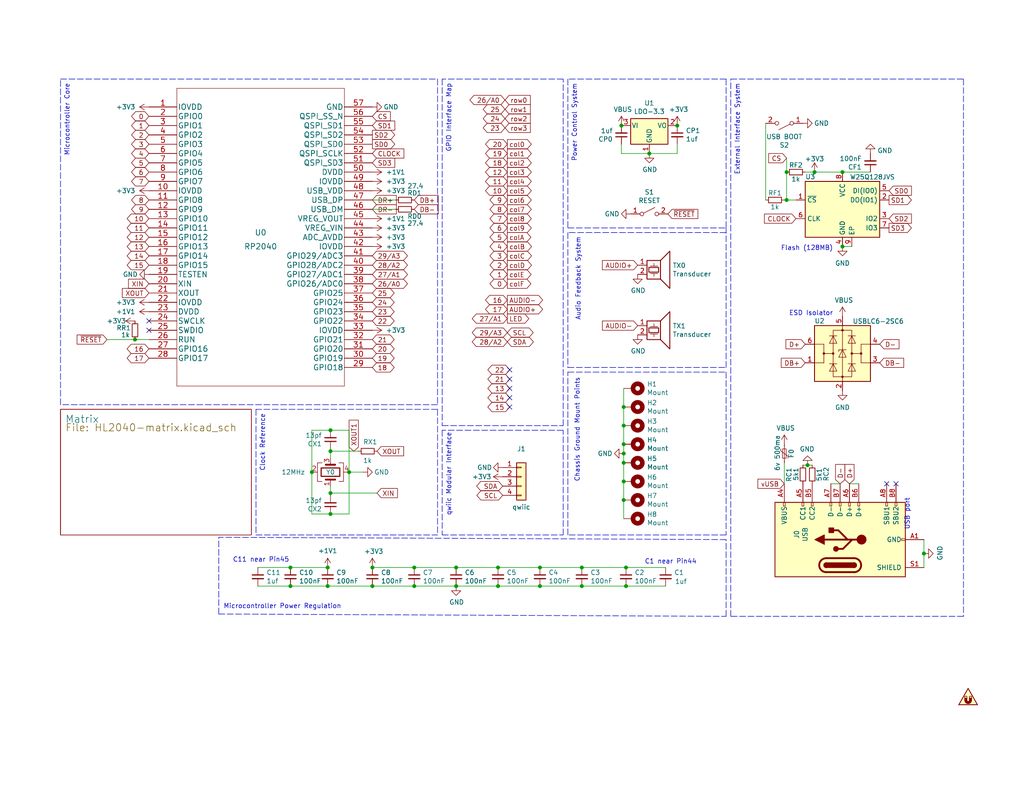
<source format=kicad_sch>
(kicad_sch (version 20211123) (generator eeschema)
  (paper "USLetter")
  (title_block (title "Hard Light") (date "2021-10-26") (rev "2040 Mark 1") (company "Everywhere Defense Industries") (comment 1 "RP2040 main core"))
  (lib_symbols
    (symbol "+3V3_1" (power) (pin_names (offset 0))
      (property "Value" "+3V3_1" (at 0 3.556 0))
      (symbol "+3V3_1_1_1"
        (pin power_in line (at 0 0 90) (length 0) hide (name "+3V3") (number "1"))
      )
    )
    (symbol "Connector_Generic:Conn_01x04" (pin_names (offset 1.016) hide)
      (property "Reference" "J" (at 0 5.08 0))
      (property "Value" "Conn_01x04" (at 0 -7.62 0))
      (symbol "Conn_01x04_1_1"
        (pin passive line (at -5.08 2.54 0) (length 3.81) (name "Pin_1") (number "1"))
        (pin passive line (at -5.08 0 0) (length 3.81) (name "Pin_2") (number "2"))
        (pin passive line (at -5.08 -2.54 0) (length 3.81) (name "Pin_3") (number "3"))
        (pin passive line (at -5.08 -5.08 0) (length 3.81) (name "Pin_4") (number "4"))
      )
    )
    (symbol "Device:C_Small" (pin_numbers hide) (pin_names (offset 0.254) hide)
      (property "Reference" "C" (at 0.254 1.778 0))
      (property "Value" "Device_C_Small" (at 0.254 -2.032 0))
      (symbol "C_Small_1_1"
        (pin passive line (at 0 2.54 270) (length 2.032) (name "~") (number "1"))
        (pin passive line (at 0 -2.54 90) (length 2.032) (name "~") (number "2"))
      )
    )
    (symbol "Device:Crystal_GND24" (pin_names (offset 1.016) hide)
      (property "Reference" "Y" (at 3.175 5.08 0))
      (property "Value" "Crystal_GND24" (at 3.175 3.175 0))
      (symbol "Crystal_GND24_1_1"
        (pin passive line (at -3.81 0 0) (length 1.27) (name "1") (number "1"))
        (pin passive line (at 0 5.08 270) (length 1.27) (name "2") (number "2"))
        (pin passive line (at 3.81 0 180) (length 1.27) (name "3") (number "3"))
        (pin passive line (at 0 -5.08 90) (length 1.27) (name "4") (number "4"))
      )
    )
    (symbol "Device:Polyfuse_Small" (pin_numbers hide) (pin_names (offset 0))
      (property "Reference" "F" (at -1.905 0 90))
      (property "Value" "Device_Polyfuse_Small" (at 1.905 0 90))
      (symbol "Polyfuse_Small_1_1"
        (pin passive line (at 0 2.54 270) (length 0.635) (name "~") (number "1"))
        (pin passive line (at 0 -2.54 90) (length 0.635) (name "~") (number "2"))
      )
    )
    (symbol "Device:R_Small" (pin_numbers hide) (pin_names (offset 0.254) hide)
      (property "Reference" "R" (at 0.762 0.508 0))
      (property "Value" "Device_R_Small" (at 0.762 -1.016 0))
      (symbol "R_Small_1_1"
        (pin passive line (at 0 2.54 270) (length 0.762) (name "~") (number "1"))
        (pin passive line (at 0 -2.54 90) (length 0.762) (name "~") (number "2"))
      )
    )
    (symbol "Device:Speaker_Crystal" (pin_names (offset 0) hide)
      (property "Reference" "LS" (at 0.635 5.715 0))
      (property "Value" "Device_Speaker_Crystal" (at 0.635 3.81 0))
      (symbol "Speaker_Crystal_1_1"
        (pin input line (at -5.08 0 0) (length 2.54) (name "1") (number "1"))
        (pin input line (at -5.08 -2.54 0) (length 2.54) (name "2") (number "2"))
      )
    )
    (symbol "GND_1" (power) (pin_names (offset 0))
      (property "Value" "GND_1" (at 0 -3.81 0))
      (symbol "GND_1_1_1"
        (pin power_in line (at 0 0 270) (length 0) hide (name "GND") (number "1"))
      )
    )
    (symbol "Graphic:SYM_Magnet_Small" (pin_names (offset 1.016) hide))
    (symbol "HL-Mk2-rescue:USB_C_Receptacle_USB2.0-Connector" (pin_names (offset 1.016))
      (property "Reference" "J" (at -10.16 19.05 0))
      (property "Value" "USB_C_Receptacle_USB2.0-Connector" (at 19.05 19.05 0))
      (symbol "USB_C_Receptacle_USB2.0-Connector_1_1"
        (pin power_in line (at 0 -22.86 90) (length 5.08) (name "GND") (number "A1"))
        (pin passive line (at 0 -22.86 90) (length 5.08) hide (name "GND") (number "A12"))
        (pin power_in line (at 15.24 15.24 180) (length 5.08) (name "VBUS") (number "A4"))
        (pin bidirectional line (at 15.24 10.16 180) (length 5.08) (name "CC1") (number "A5"))
        (pin bidirectional line (at 15.24 -2.54 180) (length 5.08) (name "D+") (number "A6"))
        (pin bidirectional line (at 15.24 2.54 180) (length 5.08) (name "D-") (number "A7"))
        (pin bidirectional line (at 15.24 -12.7 180) (length 5.08) (name "SBU1") (number "A8"))
        (pin passive line (at 15.24 15.24 180) (length 5.08) hide (name "VBUS") (number "A9"))
        (pin passive line (at 0 -22.86 90) (length 5.08) hide (name "GND") (number "B1"))
        (pin passive line (at 0 -22.86 90) (length 5.08) hide (name "GND") (number "B12"))
        (pin passive line (at 15.24 15.24 180) (length 5.08) hide (name "VBUS") (number "B4"))
        (pin bidirectional line (at 15.24 7.62 180) (length 5.08) (name "CC2") (number "B5"))
        (pin bidirectional line (at 15.24 -5.08 180) (length 5.08) (name "D+") (number "B6"))
        (pin bidirectional line (at 15.24 0 180) (length 5.08) (name "D-") (number "B7"))
        (pin bidirectional line (at 15.24 -15.24 180) (length 5.08) (name "SBU2") (number "B8"))
        (pin passive line (at 15.24 15.24 180) (length 5.08) hide (name "VBUS") (number "B9"))
        (pin passive line (at -7.62 -22.86 90) (length 5.08) (name "SHIELD") (number "S1"))
      )
    )
    (symbol "Mechanical:MountingHole_Pad" (pin_numbers hide) (pin_names (offset 1.016) hide)
      (property "Reference" "H" (at 0 6.35 0))
      (property "Value" "MountingHole_Pad" (at 0 4.445 0))
      (symbol "MountingHole_Pad_1_1"
        (pin input line (at 0 -2.54 90) (length 2.54) (name "1") (number "1"))
      )
    )
    (symbol "Memory_Flash:W25Q32JVZP"
      (property "Reference" "U" (at -8.89 8.89 0))
      (property "Value" "W25Q32JVZP" (at 7.62 8.89 0))
      (symbol "W25Q32JVZP_1_1"
        (pin input line (at -12.7 2.54 0) (length 2.54) (name "~{CS}") (number "1"))
        (pin bidirectional line (at 12.7 2.54 180) (length 2.54) (name "DO(IO1)") (number "2"))
        (pin bidirectional line (at 12.7 -2.54 180) (length 2.54) (name "IO2") (number "3"))
        (pin power_in line (at 0 -10.16 90) (length 2.54) (name "GND") (number "4"))
        (pin bidirectional line (at 12.7 5.08 180) (length 2.54) (name "DI(IO0)") (number "5"))
        (pin input line (at -12.7 -2.54 0) (length 2.54) (name "CLK") (number "6"))
        (pin bidirectional line (at 12.7 -5.08 180) (length 2.54) (name "IO3") (number "7"))
        (pin power_in line (at 0 10.16 270) (length 2.54) (name "VCC") (number "8"))
        (pin passive line (at 2.54 -10.16 90) (length 2.54) (name "EP") (number "9"))
      )
    )
    (symbol "Power_Protection:USBLC6-2SC6" (pin_names hide)
      (property "Reference" "U" (at 2.54 8.89 0))
      (property "Value" "USBLC6-2SC6" (at 2.54 -8.89 0))
      (symbol "USBLC6-2SC6_1_1"
        (pin passive line (at -10.16 -2.54 0) (length 2.54) (name "I/O1") (number "1"))
        (pin passive line (at 0 -10.16 90) (length 2.54) (name "GND") (number "2"))
        (pin passive line (at 10.16 -2.54 180) (length 2.54) (name "I/O2") (number "3"))
        (pin passive line (at 10.16 2.54 180) (length 2.54) (name "I/O2") (number "4"))
        (pin passive line (at 0 10.16 270) (length 2.54) (name "VBUS") (number "5"))
        (pin passive line (at -10.16 2.54 0) (length 2.54) (name "I/O1") (number "6"))
      )
    )
    (symbol "RP2040:RP2040" (pin_names (offset 0.254))
      (property "Reference" "U" (at 30.48 10.16 0))
      (property "Value" "RP2040" (at 30.48 7.62 0))
      (symbol "RP2040_1_1"
        (pin power_in line (at 0 0 0) (length 7.62) (name "IOVDD") (number "1"))
        (pin power_in line (at 0 -22.86 0) (length 7.62) (name "IOVDD") (number "10"))
        (pin bidirectional line (at 0 -25.4 0) (length 7.62) (name "GPIO8") (number "11"))
        (pin bidirectional line (at 0 -27.94 0) (length 7.62) (name "GPIO9") (number "12"))
        (pin bidirectional line (at 0 -30.48 0) (length 7.62) (name "GPIO10") (number "13"))
        (pin bidirectional line (at 0 -33.02 0) (length 7.62) (name "GPIO11") (number "14"))
        (pin bidirectional line (at 0 -35.56 0) (length 7.62) (name "GPIO12") (number "15"))
        (pin bidirectional line (at 0 -38.1 0) (length 7.62) (name "GPIO13") (number "16"))
        (pin bidirectional line (at 0 -40.64 0) (length 7.62) (name "GPIO14") (number "17"))
        (pin bidirectional line (at 0 -43.18 0) (length 7.62) (name "GPIO15") (number "18"))
        (pin unspecified line (at 0 -45.72 0) (length 7.62) (name "TESTEN") (number "19"))
        (pin bidirectional line (at 0 -2.54 0) (length 7.62) (name "GPIO0") (number "2"))
        (pin unspecified line (at 0 -48.26 0) (length 7.62) (name "XIN") (number "20"))
        (pin output line (at 0 -50.8 0) (length 7.62) (name "XOUT") (number "21"))
        (pin power_in line (at 0 -53.34 0) (length 7.62) (name "IOVDD") (number "22"))
        (pin power_in line (at 0 -55.88 0) (length 7.62) (name "DVDD") (number "23"))
        (pin unspecified line (at 0 -58.42 0) (length 7.62) (name "SWCLK") (number "24"))
        (pin unspecified line (at 0 -60.96 0) (length 7.62) (name "SWDIO") (number "25"))
        (pin unspecified line (at 0 -63.5 0) (length 7.62) (name "RUN") (number "26"))
        (pin bidirectional line (at 0 -66.04 0) (length 7.62) (name "GPIO16") (number "27"))
        (pin bidirectional line (at 0 -68.58 0) (length 7.62) (name "GPIO17") (number "28"))
        (pin bidirectional line (at 60.96 -71.12 180) (length 7.62) (name "GPIO18") (number "29"))
        (pin bidirectional line (at 0 -5.08 0) (length 7.62) (name "GPIO1") (number "3"))
        (pin bidirectional line (at 60.96 -68.58 180) (length 7.62) (name "GPIO19") (number "30"))
        (pin bidirectional line (at 60.96 -66.04 180) (length 7.62) (name "GPIO20") (number "31"))
        (pin bidirectional line (at 60.96 -63.5 180) (length 7.62) (name "GPIO21") (number "32"))
        (pin power_in line (at 60.96 -60.96 180) (length 7.62) (name "IOVDD") (number "33"))
        (pin bidirectional line (at 60.96 -58.42 180) (length 7.62) (name "GPIO22") (number "34"))
        (pin bidirectional line (at 60.96 -55.88 180) (length 7.62) (name "GPIO23") (number "35"))
        (pin bidirectional line (at 60.96 -53.34 180) (length 7.62) (name "GPIO24") (number "36"))
        (pin bidirectional line (at 60.96 -50.8 180) (length 7.62) (name "GPIO25") (number "37"))
        (pin bidirectional line (at 60.96 -48.26 180) (length 7.62) (name "GPIO26/ADC0") (number "38"))
        (pin bidirectional line (at 60.96 -45.72 180) (length 7.62) (name "GPIO27/ADC1") (number "39"))
        (pin bidirectional line (at 0 -7.62 0) (length 7.62) (name "GPIO2") (number "4"))
        (pin bidirectional line (at 60.96 -43.18 180) (length 7.62) (name "GPIO28/ADC2") (number "40"))
        (pin bidirectional line (at 60.96 -40.64 180) (length 7.62) (name "GPIO29/ADC3") (number "41"))
        (pin power_in line (at 60.96 -38.1 180) (length 7.62) (name "IOVDD") (number "42"))
        (pin power_in line (at 60.96 -35.56 180) (length 7.62) (name "ADC_AVDD") (number "43"))
        (pin unspecified line (at 60.96 -33.02 180) (length 7.62) (name "VREG_VIN") (number "44"))
        (pin output line (at 60.96 -30.48 180) (length 7.62) (name "VREG_VOUT") (number "45"))
        (pin unspecified line (at 60.96 -27.94 180) (length 7.62) (name "USB_DM") (number "46"))
        (pin unspecified line (at 60.96 -25.4 180) (length 7.62) (name "USB_DP") (number "47"))
        (pin power_in line (at 60.96 -22.86 180) (length 7.62) (name "USB_VDD") (number "48"))
        (pin power_in line (at 60.96 -20.32 180) (length 7.62) (name "IOVDD") (number "49"))
        (pin bidirectional line (at 0 -10.16 0) (length 7.62) (name "GPIO3") (number "5"))
        (pin power_in line (at 60.96 -17.78 180) (length 7.62) (name "DVDD") (number "50"))
        (pin bidirectional line (at 60.96 -15.24 180) (length 7.62) (name "QSPI_SD3") (number "51"))
        (pin unspecified line (at 60.96 -12.7 180) (length 7.62) (name "QSPI_SCLK") (number "52"))
        (pin bidirectional line (at 60.96 -10.16 180) (length 7.62) (name "QSPI_SD0") (number "53"))
        (pin bidirectional line (at 60.96 -7.62 180) (length 7.62) (name "QSPI_SD2") (number "54"))
        (pin bidirectional line (at 60.96 -5.08 180) (length 7.62) (name "QSPI_SD1") (number "55"))
        (pin unspecified line (at 60.96 -2.54 180) (length 7.62) (name "QSPI_SS_N") (number "56"))
        (pin power_in line (at 60.96 0 180) (length 7.62) (name "GND") (number "57"))
        (pin bidirectional line (at 0 -12.7 0) (length 7.62) (name "GPIO4") (number "6"))
        (pin bidirectional line (at 0 -15.24 0) (length 7.62) (name "GPIO5") (number "7"))
        (pin bidirectional line (at 0 -17.78 0) (length 7.62) (name "GPIO6") (number "8"))
        (pin bidirectional line (at 0 -20.32 0) (length 7.62) (name "GPIO7") (number "9"))
      )
    )
    (symbol "Regulator_Linear:LD1117S33TR_SOT223" (pin_names (offset 0.254))
      (property "Reference" "U" (at -3.81 3.175 0))
      (property "Value" "Regulator_Linear_LD1117S33TR_SOT223" (at 0 3.175 0))
      (symbol "LD1117S33TR_SOT223_1_1"
        (pin power_in line (at 0 -7.62 90) (length 2.54) (name "GND") (number "1"))
        (pin power_out line (at 7.62 0 180) (length 2.54) (name "VO") (number "2"))
        (pin power_in line (at -7.62 0 0) (length 2.54) (name "VI") (number "3"))
      )
    )
    (symbol "Switch:SW_SPST" (pin_names (offset 0) hide)
      (property "Reference" "SW" (at 0 3.175 0))
      (property "Value" "Switch_SW_SPST" (at 0 -2.54 0))
      (symbol "SW_SPST_1_1"
        (pin passive line (at -5.08 0 0) (length 2.54) (name "A") (number "1"))
        (pin passive line (at 5.08 0 180) (length 2.54) (name "B") (number "2"))
      )
    )
    (symbol "power:+1V1" (power) (pin_names (offset 0))
      (property "Value" "+1V1" (at 0 3.556 0))
      (symbol "+1V1_1_1"
        (pin power_in line (at 0 0 90) (length 0) hide (name "+1V1") (number "1"))
      )
    )
    (symbol "power:+3V3" (power) (pin_names (offset 0))
      (property "Value" "power_+3V3" (at 0 3.556 0))
      (symbol "+3V3_1_1"
        (pin power_in line (at 0 0 90) (length 0) hide (name "+3V3") (number "1"))
      )
    )
    (symbol "power:GND" (power) (pin_names (offset 0))
      (property "Value" "power_GND" (at 0 -3.81 0))
      (symbol "GND_1_1"
        (pin power_in line (at 0 0 270) (length 0) hide (name "GND") (number "1"))
      )
    )
    (symbol "power:VBUS" (power) (pin_names (offset 0))
      (property "Value" "power_VBUS" (at 0 3.81 0))
      (symbol "VBUS_1_1"
        (pin power_in line (at 0 0 90) (length 0) hide (name "VBUS") (number "1"))
      )
    )
  )
  (junction (at 170.18 126.365))
  (junction (at 177.165 41.91))
  (junction (at 158.75 160.02))
  (junction (at 229.87 67.31))
  (junction (at 170.18 123.825))
  (junction (at 90.17 134.62))
  (junction (at 170.18 131.445))
  (junction (at 124.46 154.94))
  (junction (at 170.18 116.205))
  (junction (at 252.095 151.13))
  (junction (at 170.815 154.94))
  (junction (at 214.63 54.61))
  (junction (at 222.25 46.99))
  (junction (at 85.09 128.905))
  (junction (at 169.545 34.29))
  (junction (at 170.815 160.02))
  (junction (at 101.6 154.94))
  (junction (at 89.408 160.02))
  (junction (at 79.248 160.02))
  (junction (at 170.18 121.285))
  (junction (at 95.25 128.905))
  (junction (at 101.6 160.02))
  (junction (at 135.89 160.02))
  (junction (at 214.63 46.99))
  (junction (at 147.32 160.02))
  (junction (at 113.03 154.94))
  (junction (at 36.83 92.71))
  (junction (at 220.345 127))
  (junction (at 89.408 154.94))
  (junction (at 113.03 160.02))
  (junction (at 170.18 111.125))
  (junction (at 124.46 160.02))
  (junction (at 147.32 154.94))
  (junction (at 90.17 123.19))
  (junction (at 79.248 154.94))
  (junction (at 90.17 117.475))
  (junction (at 184.785 34.29))
  (junction (at 158.75 154.94))
  (junction (at 90.17 140.335))
  (junction (at 229.87 46.99))
  (junction (at 170.18 136.525))
  (junction (at 135.89 154.94))
  (no_connect (at 139.065 111.125))
  (no_connect (at 139.065 106.045))
  (no_connect (at 40.64 87.63))
  (no_connect (at 40.64 90.17))
  (no_connect (at 244.475 132.08))
  (no_connect (at 241.935 132.08))
  (no_connect (at 139.065 108.585))
  (no_connect (at 139.065 100.965))
  (no_connect (at 139.065 103.505))
  (wire (pts (xy 113.03 154.94) (xy 101.6 154.94)))
  (wire (pts (xy 170.18 126.365) (xy 170.18 131.445)))
  (wire (pts (xy 85.09 117.475) (xy 90.17 117.475)))
  (wire (pts (xy 170.18 111.125) (xy 170.18 116.205)))
  (wire (pts (xy 90.17 122.555) (xy 90.17 123.19)))
  (wire (pts (xy 222.25 46.99) (xy 229.87 46.99)))
  (polyline (pts (xy 69.85 111.76) (xy 69.85 146.05)))
  (wire (pts (xy 214.63 54.61) (xy 217.17 54.61)))
  (wire (pts (xy 89.408 160.02) (xy 101.6 160.02)))
  (wire (pts (xy 170.18 116.205) (xy 170.18 121.285)))
  (polyline (pts (xy 154.94 100.33) (xy 198.12 100.33)))
  (wire (pts (xy 95.25 128.905) (xy 99.06 128.905)))
  (wire (pts (xy 170.18 106.045) (xy 170.18 111.125)))
  (wire (pts (xy 90.17 117.475) (xy 95.25 117.475)))
  (wire (pts (xy 170.18 121.285) (xy 170.18 123.825)))
  (polyline (pts (xy 154.94 62.23) (xy 198.12 62.23)))
  (polyline (pts (xy 199.39 21.59) (xy 262.89 21.59)))
  (wire (pts (xy 234.315 132.08) (xy 231.775 132.08)))
  (polyline (pts (xy 119.38 110.49) (xy 16.51 110.49)))
  (polyline (pts (xy 198.12 101.6) (xy 198.12 146.05)))
  (wire (pts (xy 170.815 160.02) (xy 181.61 160.02)))
  (wire (pts (xy 229.87 67.31) (xy 232.41 67.31)))
  (wire (pts (xy 124.46 154.94) (xy 113.03 154.94)))
  (polyline (pts (xy 16.51 21.59) (xy 119.38 21.59)))
  (wire (pts (xy 135.89 154.94) (xy 124.46 154.94)))
  (wire (pts (xy 85.09 128.905) (xy 85.09 117.475)))
  (polyline (pts (xy 120.65 116.205) (xy 153.67 116.205)))
  (polyline (pts (xy 120.65 21.59) (xy 120.65 116.205)))
  (polyline (pts (xy 262.89 168.275) (xy 199.39 168.275)))
  (wire (pts (xy 170.18 136.525) (xy 170.18 141.605)))
  (polyline (pts (xy 198.12 21.59) (xy 198.12 62.23)))
  (wire (pts (xy 158.75 160.02) (xy 170.815 160.02)))
  (wire (pts (xy 95.25 117.475) (xy 95.25 128.905)))
  (wire (pts (xy 220.345 127) (xy 219.075 127)))
  (polyline (pts (xy 154.94 101.6) (xy 198.12 101.6)))
  (wire (pts (xy 70.358 154.94) (xy 79.248 154.94)))
  (wire (pts (xy 184.785 41.91) (xy 184.785 39.37)))
  (wire (pts (xy 90.17 134.62) (xy 90.17 135.255)))
  (wire (pts (xy 147.32 154.94) (xy 135.89 154.94)))
  (wire (pts (xy 79.248 154.94) (xy 89.408 154.94)))
  (wire (pts (xy 170.18 123.825) (xy 170.18 126.365)))
  (polyline (pts (xy 154.94 21.59) (xy 154.94 62.23)))
  (wire (pts (xy 170.815 154.94) (xy 181.61 154.94)))
  (wire (pts (xy 221.615 127) (xy 220.345 127)))
  (wire (pts (xy 90.17 134.62) (xy 102.87 134.62)))
  (polyline (pts (xy 59.69 167.64) (xy 59.69 146.685)))
  (wire (pts (xy 90.17 123.19) (xy 90.17 125.095)))
  (wire (pts (xy 79.248 160.02) (xy 89.408 160.02)))
  (polyline (pts (xy 153.67 21.59) (xy 120.65 21.59)))
  (polyline (pts (xy 154.94 146.05) (xy 154.94 101.6)))
  (wire (pts (xy 219.71 46.99) (xy 222.25 46.99)))
  (polyline (pts (xy 69.85 146.05) (xy 119.38 146.05)))
  (wire (pts (xy 229.87 46.99) (xy 237.49 46.99)))
  (wire (pts (xy 90.17 140.335) (xy 85.09 140.335)))
  (polyline (pts (xy 198.12 168.275) (xy 198.12 147.32)))
  (wire (pts (xy 158.75 154.94) (xy 170.815 154.94)))
  (polyline (pts (xy 198.12 63.5) (xy 154.94 63.5)))
  (polyline (pts (xy 120.65 146.05) (xy 153.67 146.05)))
  (polyline (pts (xy 153.67 117.475) (xy 120.65 117.475)))
  (wire (pts (xy 29.21 92.71) (xy 36.83 92.71)))
  (polyline (pts (xy 153.67 116.205) (xy 153.67 21.59)))
  (wire (pts (xy 147.32 160.02) (xy 135.89 160.02)))
  (wire (pts (xy 169.545 39.37) (xy 169.545 41.91)))
  (polyline (pts (xy 198.12 100.33) (xy 198.12 62.23)))
  (wire (pts (xy 36.83 92.71) (xy 40.64 92.71)))
  (wire (pts (xy 213.995 54.61) (xy 214.63 54.61)))
  (wire (pts (xy 229.235 132.08) (xy 226.695 132.08)))
  (wire (pts (xy 85.09 140.335) (xy 85.09 128.905)))
  (wire (pts (xy 177.165 41.91) (xy 184.785 41.91)))
  (wire (pts (xy 214.63 46.99) (xy 214.63 54.61)))
  (wire (pts (xy 158.75 154.94) (xy 147.32 154.94)))
  (wire (pts (xy 213.995 126.365) (xy 213.995 132.08)))
  (polyline (pts (xy 119.38 111.76) (xy 119.38 146.05)))
  (wire (pts (xy 214.63 43.18) (xy 214.63 46.99)))
  (wire (pts (xy 113.03 160.02) (xy 101.6 160.02)))
  (wire (pts (xy 158.75 160.02) (xy 147.32 160.02)))
  (polyline (pts (xy 198.12 146.05) (xy 154.94 146.05)))
  (wire (pts (xy 70.358 160.02) (xy 79.248 160.02)))
  (polyline (pts (xy 16.51 110.49) (xy 16.51 21.59)))
  (wire (pts (xy 169.545 41.91) (xy 177.165 41.91)))
  (wire (pts (xy 90.17 132.715) (xy 90.17 134.62)))
  (wire (pts (xy 101.6 57.15) (xy 107.95 57.15)))
  (wire (pts (xy 208.915 33.655) (xy 208.915 54.61)))
  (polyline (pts (xy 119.38 21.59) (xy 119.38 110.49)))
  (wire (pts (xy 252.095 151.13) (xy 252.095 147.32)))
  (polyline (pts (xy 262.89 21.59) (xy 262.89 168.275)))
  (polyline (pts (xy 154.94 63.5) (xy 154.94 100.33)))
  (polyline (pts (xy 198.12 21.59) (xy 154.94 21.59)))
  (wire (pts (xy 90.17 140.335) (xy 95.25 140.335)))
  (wire (pts (xy 135.89 160.02) (xy 124.46 160.02)))
  (wire (pts (xy 90.17 123.19) (xy 97.79 123.19)))
  (wire (pts (xy 170.18 131.445) (xy 170.18 136.525)))
  (polyline (pts (xy 199.39 168.275) (xy 199.39 21.59)))
  (wire (pts (xy 95.25 140.335) (xy 95.25 128.905)))
  (wire (pts (xy 124.46 160.02) (xy 113.03 160.02)))
  (wire (pts (xy 101.6 54.61) (xy 107.95 54.61)))
  (wire (pts (xy 252.095 154.94) (xy 252.095 151.13)))
  (polyline (pts (xy 153.67 146.05) (xy 153.67 117.475)))
  (polyline (pts (xy 119.38 111.76) (xy 69.85 111.76)))
  (polyline (pts (xy 198.12 147.32) (xy 59.69 146.685)))
  (polyline (pts (xy 120.65 117.475) (xy 120.65 146.05)))
  (polyline (pts (xy 59.69 167.64) (xy 198.12 168.275)))
  (text "ESD Isolator" (at 227.33 86.36 180) (effects (font (size 1.27 1.27)) (justify right bottom)))
  (text "USB port" (at 248.285 144.78 90) (effects (font (size 1.27 1.27)) (justify left bottom)))
  (text "Audio Feedback System" (at 158.496 64.77 270) (effects (font (size 1.27 1.27)) (justify right bottom)))
  (text "Flash (128MB)" (at 227.33 68.58 180) (effects (font (size 1.27 1.27)) (justify right bottom)))
  (text "Microcontroller Core" (at 19.05 22.86 270) (effects (font (size 1.27 1.27)) (justify right bottom)))
  (text "qwiic Modular Interface" (at 123.19 118.11 270) (effects (font (size 1.27 1.27)) (justify right bottom)))
  (text "Chassis Ground Mount Points" (at 158.242 103.124 270) (effects (font (size 1.27 1.27)) (justify right bottom)))
  (text "C11 near Pin45" (at 63.5 153.67 0) (effects (font (size 1.27 1.27)) (justify left bottom)))
  (text "C1 near Pin44" (at 175.895 154.178 0) (effects (font (size 1.27 1.27)) (justify left bottom)))
  (text "Microcontroller Power Regulation" (at 60.96 166.37 0) (effects (font (size 1.27 1.27)) (justify left bottom)))
  (text "Power Control System" (at 157.48 22.86 270) (effects (font (size 1.27 1.27)) (justify right bottom)))
  (text "External Interface System" (at 201.93 22.86 270) (effects (font (size 1.27 1.27)) (justify right bottom)))
  (text "Clock Reference" (at 72.39 113.03 270) (effects (font (size 1.27 1.27)) (justify right bottom)))
  (text "GPIO Interface Map" (at 123.19 22.86 270) (effects (font (size 1.27 1.27)) (justify right bottom)))
  (global_label "vUSB" (shape input) (at 213.995 132.08 180) (property "Intersheet References" "${INTERSHEET_REFS}" (effects hide)))
  (global_label "XOUT" (shape input) (at 102.87 123.19 0) (property "Intersheet References" "${INTERSHEET_REFS}" (effects hide)))
  (global_label "CS" (shape input) (at 101.6 31.75 0) (property "Intersheet References" "${INTERSHEET_REFS}" (effects hide)))
  (global_label "SCL" (shape bidirectional) (at 138.43 90.805 0) (property "Intersheet References" "${INTERSHEET_REFS}" (effects hide)))
  (global_label "AUDIO+" (shape input) (at 173.99 72.39 180) (property "Intersheet References" "${INTERSHEET_REFS}" (effects hide)))
  (global_label "2" (shape bidirectional) (at 138.43 72.39 180) (property "Intersheet References" "${INTERSHEET_REFS}" (effects hide)))
  (global_label "col8" (shape output) (at 138.43 59.69 0) (property "Intersheet References" "${INTERSHEET_REFS}" (effects hide)))
  (global_label "19" (shape bidirectional) (at 101.6 97.79 0) (property "Intersheet References" "${INTERSHEET_REFS}" (effects hide)))
  (global_label "25" (shape bidirectional) (at 137.795 29.845 180) (property "Intersheet References" "${INTERSHEET_REFS}" (effects hide)))
  (global_label "col1" (shape output) (at 138.43 41.91 0) (property "Intersheet References" "${INTERSHEET_REFS}" (effects hide)))
  (global_label "SD1" (shape output) (at 242.57 54.61 0) (property "Intersheet References" "${INTERSHEET_REFS}" (effects hide)))
  (global_label "col0" (shape output) (at 138.43 39.37 0) (property "Intersheet References" "${INTERSHEET_REFS}" (effects hide)))
  (global_label "16" (shape bidirectional) (at 138.43 81.915 180) (property "Intersheet References" "${INTERSHEET_REFS}" (effects hide)))
  (global_label "SDA" (shape bidirectional) (at 137.16 132.715 180) (property "Intersheet References" "${INTERSHEET_REFS}" (effects hide)))
  (global_label "DB-" (shape input) (at 113.03 57.15 0) (property "Intersheet References" "${INTERSHEET_REFS}" (effects hide)))
  (global_label "7" (shape bidirectional) (at 138.43 59.69 180) (property "Intersheet References" "${INTERSHEET_REFS}" (effects hide)))
  (global_label "colF" (shape output) (at 138.43 77.47 0) (property "Intersheet References" "${INTERSHEET_REFS}" (effects hide)))
  (global_label "1" (shape bidirectional) (at 138.43 74.93 180) (property "Intersheet References" "${INTERSHEET_REFS}" (effects hide)))
  (global_label "D+" (shape input) (at 219.71 93.98 180) (property "Intersheet References" "${INTERSHEET_REFS}" (effects hide)))
  (global_label "XOUT1" (shape input) (at 96.52 123.19 90) (property "Intersheet References" "${INTERSHEET_REFS}" (effects hide)))
  (global_label "26{slash}A0" (shape bidirectional) (at 137.795 27.305 180) (property "Intersheet References" "${INTERSHEET_REFS}" (effects hide)))
  (global_label "col6" (shape output) (at 138.43 54.61 0) (property "Intersheet References" "${INTERSHEET_REFS}" (effects hide)))
  (global_label "colB" (shape output) (at 138.43 67.31 0) (property "Intersheet References" "${INTERSHEET_REFS}" (effects hide)))
  (global_label "0" (shape bidirectional) (at 40.64 31.75 180) (property "Intersheet References" "${INTERSHEET_REFS}" (effects hide)))
  (global_label "D-" (shape input) (at 229.235 132.08 90) (property "Intersheet References" "${INTERSHEET_REFS}" (effects hide)))
  (global_label "11" (shape bidirectional) (at 40.64 62.23 180) (property "Intersheet References" "${INTERSHEET_REFS}" (effects hide)))
  (global_label "CS" (shape input) (at 214.63 43.18 180) (property "Intersheet References" "${INTERSHEET_REFS}" (effects hide)))
  (global_label "24" (shape bidirectional) (at 101.6 82.55 0) (property "Intersheet References" "${INTERSHEET_REFS}" (effects hide)))
  (global_label "CLOCK" (shape input) (at 101.6 41.91 0) (property "Intersheet References" "${INTERSHEET_REFS}" (effects hide)))
  (global_label "5" (shape bidirectional) (at 138.43 64.77 180) (property "Intersheet References" "${INTERSHEET_REFS}" (effects hide)))
  (global_label "25" (shape bidirectional) (at 101.6 80.01 0) (property "Intersheet References" "${INTERSHEET_REFS}" (effects hide)))
  (global_label "AUDIO-" (shape input) (at 173.99 88.9 180) (property "Intersheet References" "${INTERSHEET_REFS}" (effects hide)))
  (global_label "SD3" (shape output) (at 242.57 62.23 0) (property "Intersheet References" "${INTERSHEET_REFS}" (effects hide)))
  (global_label "20" (shape bidirectional) (at 138.43 39.37 180) (property "Intersheet References" "${INTERSHEET_REFS}" (effects hide)))
  (global_label "SD3" (shape input) (at 101.6 44.45 0) (property "Intersheet References" "${INTERSHEET_REFS}" (effects hide)))
  (global_label "3" (shape bidirectional) (at 40.64 39.37 180) (property "Intersheet References" "${INTERSHEET_REFS}" (effects hide)))
  (global_label "~{RESET}" (shape input) (at 29.21 92.71 180) (property "Intersheet References" "${INTERSHEET_REFS}" (effects hide)))
  (global_label "9" (shape bidirectional) (at 138.43 54.61 180) (property "Intersheet References" "${INTERSHEET_REFS}" (effects hide)))
  (global_label "12" (shape bidirectional) (at 138.43 46.99 180) (property "Intersheet References" "${INTERSHEET_REFS}" (effects hide)))
  (global_label "27{slash}A1" (shape bidirectional) (at 101.6 74.93 0) (property "Intersheet References" "${INTERSHEET_REFS}" (effects hide)))
  (global_label "CLOCK" (shape input) (at 217.17 59.69 180) (property "Intersheet References" "${INTERSHEET_REFS}" (effects hide)))
  (global_label "24" (shape bidirectional) (at 137.795 32.385 180) (property "Intersheet References" "${INTERSHEET_REFS}" (effects hide)))
  (global_label "DB+" (shape input) (at 219.71 99.06 180) (property "Intersheet References" "${INTERSHEET_REFS}" (effects hide)))
  (global_label "13" (shape bidirectional) (at 40.64 67.31 180) (property "Intersheet References" "${INTERSHEET_REFS}" (effects hide)))
  (global_label "SD1" (shape input) (at 101.6 34.29 0) (property "Intersheet References" "${INTERSHEET_REFS}" (effects hide)))
  (global_label "colD" (shape output) (at 138.43 72.39 0) (property "Intersheet References" "${INTERSHEET_REFS}" (effects hide)))
  (global_label "21" (shape bidirectional) (at 101.6 92.71 0) (property "Intersheet References" "${INTERSHEET_REFS}" (effects hide)))
  (global_label "XIN" (shape input) (at 40.64 77.47 180) (property "Intersheet References" "${INTERSHEET_REFS}" (effects hide)))
  (global_label "7" (shape bidirectional) (at 40.64 49.53 180) (property "Intersheet References" "${INTERSHEET_REFS}" (effects hide)))
  (global_label "~{RESET}" (shape input) (at 182.245 58.42 0) (property "Intersheet References" "${INTERSHEET_REFS}" (effects hide)))
  (global_label "28{slash}A2" (shape bidirectional) (at 138.43 93.345 180) (property "Intersheet References" "${INTERSHEET_REFS}" (effects hide)))
  (global_label "col2" (shape output) (at 138.43 44.45 0) (property "Intersheet References" "${INTERSHEET_REFS}" (effects hide)))
  (global_label "18" (shape bidirectional) (at 138.43 44.45 180) (property "Intersheet References" "${INTERSHEET_REFS}" (effects hide)))
  (global_label "2" (shape bidirectional) (at 40.64 36.83 180) (property "Intersheet References" "${INTERSHEET_REFS}" (effects hide)))
  (global_label "15" (shape bidirectional) (at 139.065 111.125 180) (property "Intersheet References" "${INTERSHEET_REFS}" (effects hide)))
  (global_label "14" (shape bidirectional) (at 40.64 69.85 180) (property "Intersheet References" "${INTERSHEET_REFS}" (effects hide)))
  (global_label "15" (shape bidirectional) (at 40.64 72.39 180) (property "Intersheet References" "${INTERSHEET_REFS}" (effects hide)))
  (global_label "SD0" (shape input) (at 242.57 52.07 0) (property "Intersheet References" "${INTERSHEET_REFS}" (effects hide)))
  (global_label "D-" (shape input) (at 240.03 93.98 0) (property "Intersheet References" "${INTERSHEET_REFS}" (effects hide)))
  (global_label "XIN" (shape input) (at 102.87 134.62 0) (property "Intersheet References" "${INTERSHEET_REFS}" (effects hide)))
  (global_label "8" (shape bidirectional) (at 138.43 57.15 180) (property "Intersheet References" "${INTERSHEET_REFS}" (effects hide)))
  (global_label "SD0" (shape output) (at 101.6 39.37 0) (property "Intersheet References" "${INTERSHEET_REFS}" (effects hide)))
  (global_label "0" (shape bidirectional) (at 138.43 77.47 180) (property "Intersheet References" "${INTERSHEET_REFS}" (effects hide)))
  (global_label "28{slash}A2" (shape bidirectional) (at 101.6 72.39 0) (property "Intersheet References" "${INTERSHEET_REFS}" (effects hide)))
  (global_label "AUDIO-" (shape output) (at 138.43 81.915 0) (property "Intersheet References" "${INTERSHEET_REFS}" (effects hide)))
  (global_label "26{slash}A0" (shape bidirectional) (at 101.6 77.47 0) (property "Intersheet References" "${INTERSHEET_REFS}" (effects hide)))
  (global_label "22" (shape bidirectional) (at 139.065 100.965 180) (property "Intersheet References" "${INTERSHEET_REFS}" (effects hide)))
  (global_label "DB+" (shape input) (at 113.03 54.61 0) (property "Intersheet References" "${INTERSHEET_REFS}" (effects hide)))
  (global_label "8" (shape bidirectional) (at 40.64 54.61 180) (property "Intersheet References" "${INTERSHEET_REFS}" (effects hide)))
  (global_label "9" (shape bidirectional) (at 40.64 57.15 180) (property "Intersheet References" "${INTERSHEET_REFS}" (effects hide)))
  (global_label "col9" (shape output) (at 138.43 62.23 0) (property "Intersheet References" "${INTERSHEET_REFS}" (effects hide)))
  (global_label "16" (shape bidirectional) (at 40.64 95.25 180) (property "Intersheet References" "${INTERSHEET_REFS}" (effects hide)))
  (global_label "col3" (shape output) (at 138.43 46.99 0) (property "Intersheet References" "${INTERSHEET_REFS}" (effects hide)))
  (global_label "row2" (shape input) (at 137.795 32.385 0) (property "Intersheet References" "${INTERSHEET_REFS}" (effects hide)))
  (global_label "23" (shape bidirectional) (at 101.6 85.09 0) (property "Intersheet References" "${INTERSHEET_REFS}" (effects hide)))
  (global_label "17" (shape bidirectional) (at 40.64 97.79 180) (property "Intersheet References" "${INTERSHEET_REFS}" (effects hide)))
  (global_label "AUDIO+" (shape output) (at 138.43 84.455 0) (property "Intersheet References" "${INTERSHEET_REFS}" (effects hide)))
  (global_label "29{slash}A3" (shape bidirectional) (at 138.43 90.805 180) (property "Intersheet References" "${INTERSHEET_REFS}" (effects hide)))
  (global_label "12" (shape bidirectional) (at 40.64 64.77 180) (property "Intersheet References" "${INTERSHEET_REFS}" (effects hide)))
  (global_label "colA" (shape output) (at 138.43 64.77 0) (property "Intersheet References" "${INTERSHEET_REFS}" (effects hide)))
  (global_label "10" (shape bidirectional) (at 138.43 52.07 180) (property "Intersheet References" "${INTERSHEET_REFS}" (effects hide)))
  (global_label "SCL" (shape bidirectional) (at 137.16 135.255 180) (property "Intersheet References" "${INTERSHEET_REFS}" (effects hide)))
  (global_label "colE" (shape output) (at 138.43 74.93 0) (property "Intersheet References" "${INTERSHEET_REFS}" (effects hide)))
  (global_label "6" (shape bidirectional) (at 40.64 46.99 180) (property "Intersheet References" "${INTERSHEET_REFS}" (effects hide)))
  (global_label "29{slash}A3" (shape bidirectional) (at 101.6 69.85 0) (property "Intersheet References" "${INTERSHEET_REFS}" (effects hide)))
  (global_label "row1" (shape input) (at 137.795 29.845 0) (property "Intersheet References" "${INTERSHEET_REFS}" (effects hide)))
  (global_label "col4" (shape output) (at 138.43 49.53 0) (property "Intersheet References" "${INTERSHEET_REFS}" (effects hide)))
  (global_label "4" (shape bidirectional) (at 40.64 41.91 180) (property "Intersheet References" "${INTERSHEET_REFS}" (effects hide)))
  (global_label "D+" (shape input) (at 231.775 132.08 90) (property "Intersheet References" "${INTERSHEET_REFS}" (effects hide)))
  (global_label "SD2" (shape input) (at 242.57 59.69 0) (property "Intersheet References" "${INTERSHEET_REFS}" (effects hide)))
  (global_label "row3" (shape input) (at 137.795 34.925 0) (property "Intersheet References" "${INTERSHEET_REFS}" (effects hide)))
  (global_label "23" (shape bidirectional) (at 137.795 34.925 180) (property "Intersheet References" "${INTERSHEET_REFS}" (effects hide)))
  (global_label "DR+" (shape input) (at 101.6 54.61 0) (property "Intersheet References" "${INTERSHEET_REFS}" (effects hide)))
  (global_label "SD2" (shape output) (at 101.6 36.83 0) (property "Intersheet References" "${INTERSHEET_REFS}" (effects hide)))
  (global_label "13" (shape bidirectional) (at 139.065 106.045 180) (property "Intersheet References" "${INTERSHEET_REFS}" (effects hide)))
  (global_label "27{slash}A1" (shape bidirectional) (at 138.43 86.995 180) (property "Intersheet References" "${INTERSHEET_REFS}" (effects hide)))
  (global_label "4" (shape bidirectional) (at 138.43 67.31 180) (property "Intersheet References" "${INTERSHEET_REFS}" (effects hide)))
  (global_label "6" (shape bidirectional) (at 138.43 62.23 180) (property "Intersheet References" "${INTERSHEET_REFS}" (effects hide)))
  (global_label "11" (shape bidirectional) (at 138.43 49.53 180) (property "Intersheet References" "${INTERSHEET_REFS}" (effects hide)))
  (global_label "17" (shape bidirectional) (at 138.43 84.455 180) (property "Intersheet References" "${INTERSHEET_REFS}" (effects hide)))
  (global_label "5" (shape bidirectional) (at 40.64 44.45 180) (property "Intersheet References" "${INTERSHEET_REFS}" (effects hide)))
  (global_label "SDA" (shape bidirectional) (at 138.43 93.345 0) (property "Intersheet References" "${INTERSHEET_REFS}" (effects hide)))
  (global_label "XOUT" (shape input) (at 40.64 80.01 180) (property "Intersheet References" "${INTERSHEET_REFS}" (effects hide)))
  (global_label "3" (shape bidirectional) (at 138.43 69.85 180) (property "Intersheet References" "${INTERSHEET_REFS}" (effects hide)))
  (global_label "21" (shape bidirectional) (at 139.065 103.505 180) (property "Intersheet References" "${INTERSHEET_REFS}" (effects hide)))
  (global_label "col7" (shape output) (at 138.43 57.15 0) (property "Intersheet References" "${INTERSHEET_REFS}" (effects hide)))
  (global_label "col5" (shape output) (at 138.43 52.07 0) (property "Intersheet References" "${INTERSHEET_REFS}" (effects hide)))
  (global_label "colC" (shape output) (at 138.43 69.85 0) (property "Intersheet References" "${INTERSHEET_REFS}" (effects hide)))
  (global_label "19" (shape bidirectional) (at 138.43 41.91 180) (property "Intersheet References" "${INTERSHEET_REFS}" (effects hide)))
  (global_label "DR-" (shape input) (at 101.6 57.15 0) (property "Intersheet References" "${INTERSHEET_REFS}" (effects hide)))
  (global_label "18" (shape bidirectional) (at 101.6 100.33 0) (property "Intersheet References" "${INTERSHEET_REFS}" (effects hide)))
  (global_label "LED" (shape output) (at 138.43 86.995 0) (property "Intersheet References" "${INTERSHEET_REFS}" (effects hide)))
  (global_label "20" (shape bidirectional) (at 101.6 95.25 0) (property "Intersheet References" "${INTERSHEET_REFS}" (effects hide)))
  (global_label "10" (shape bidirectional) (at 40.64 59.69 180) (property "Intersheet References" "${INTERSHEET_REFS}" (effects hide)))
  (global_label "1" (shape bidirectional) (at 40.64 34.29 180) (property "Intersheet References" "${INTERSHEET_REFS}" (effects hide)))
  (global_label "14" (shape bidirectional) (at 139.065 108.585 180) (property "Intersheet References" "${INTERSHEET_REFS}" (effects hide)))
  (global_label "22" (shape bidirectional) (at 101.6 87.63 0) (property "Intersheet References" "${INTERSHEET_REFS}" (effects hide)))
  (global_label "DB-" (shape input) (at 240.03 99.06 0) (property "Intersheet References" "${INTERSHEET_REFS}" (effects hide)))
  (global_label "row0" (shape input) (at 137.795 27.305 0) (property "Intersheet References" "${INTERSHEET_REFS}" (effects hide)))
  (symbol (lib_id "power:GND") (at 40.64 74.93 270) (unit 1)
    (property "Reference" "#PWR0102" (effects hide))
    (property "Value" "GND" (at 35.56 74.93 90))
  )
  (symbol (lib_id "Device:C_Small") (at 181.61 157.48 0) (unit 1)
    (property "Reference" "C1" (at 183.9468 156.3116 0) (effects (justify left)))
    (property "Value" "1uf" (at 184.15 158.75 0) (effects (justify left)))
    (property "Footprint" "EDI:Passive_0402_1005Metric" (effects hide))
    (property "LCSC" "C52923" (effects hide))
  )
  (symbol (lib_id "Device:C_Small") (at 158.75 157.48 0) (unit 1)
    (property "Reference" "C3" (at 161.0868 156.3116 0) (effects (justify left)))
    (property "Value" "100nF" (at 161.0868 158.623 0) (effects (justify left)))
    (property "Footprint" "EDI:Passive_0402_1005Metric" (effects hide))
    (property "LCSC" "C1525" (effects hide))
  )
  (symbol (lib_id "Device:C_Small") (at 147.32 157.48 0) (unit 1)
    (property "Reference" "C4" (at 149.6568 156.3116 0) (effects (justify left)))
    (property "Value" "100nF" (at 149.6568 158.623 0) (effects (justify left)))
    (property "Footprint" "EDI:Passive_0402_1005Metric" (effects hide))
    (property "LCSC" "C1525" (effects hide))
  )
  (symbol (lib_id "power:GND") (at 124.46 160.02 0) (unit 1)
    (property "Reference" "#PWR0104" (effects hide))
    (property "Value" "GND" (at 124.587 164.4142 0))
  )
  (symbol (lib_id "Regulator_Linear:LD1117S33TR_SOT223") (at 177.165 34.29 0) (unit 1)
    (property "Reference" "U1" (at 177.165 28.1432 0))
    (property "Value" "LDO-3.3" (at 177.165 30.4546 0))
    (property "Footprint" "Package_TO_SOT_SMD:SOT-23" (effects hide))
    (property "Datasheet" "http://www.st.com/st-web-ui/static/active/en/resource/technical/document/datasheet/CD00000544.pdf" (effects hide))
    (property "LCSC" "C83932" (effects hide))
  )
  (symbol (lib_id "power:GND") (at 177.165 41.91 0) (unit 1)
    (property "Reference" "#PWR0105" (effects hide))
    (property "Value" "GND" (at 177.292 46.3042 0))
  )
  (symbol (lib_id "power:+3V3") (at 184.785 34.29 0) (unit 1)
    (property "Reference" "#PWR0106" (effects hide))
    (property "Value" "+3V3" (at 185.166 29.8958 0))
  )
  (symbol (lib_id "power:VBUS") (at 169.545 34.29 0) (unit 1)
    (property "Reference" "#PWR0107" (effects hide))
    (property "Value" "VBUS" (at 169.926 29.8958 0))
  )
  (symbol (lib_id "HL-Mk2-rescue:USB_C_Receptacle_USB2.0-Connector") (at 229.235 147.32 90) (unit 1)
    (property "Reference" "J0" (at 217.3732 145.923 0))
    (property "Value" "USB" (at 219.6846 145.923 0))
    (property "Footprint" "Connector_USB:USB_C_Receptacle_HRO_TYPE-C-31-M-12" (effects hide))
    (property "LCSC" "C167321" (effects hide))
  )
  (symbol (lib_id "power:GND") (at 252.095 151.13 90) (unit 1)
    (property "Reference" "#PWR0108" (effects hide))
    (property "Value" "GND" (at 256.4892 151.003 0))
  )
  (symbol (lib_id "power:VBUS") (at 213.995 121.285 0) (unit 1)
    (property "Reference" "#PWR0109" (effects hide))
    (property "Value" "VBUS" (at 214.376 116.8908 0))
  )
  (symbol (lib_id "Mechanical:MountingHole_Pad") (at 172.72 106.045 270) (unit 1)
    (property "Reference" "H1" (at 176.53 104.8766 90) (effects (justify left)))
    (property "Value" "Mount" (at 176.53 107.188 90) (effects (justify left)))
    (property "Footprint" "MountingHole:MountingHole_2.2mm_M2_ISO7380_Pad" (effects hide))
  )
  (symbol (lib_id "Mechanical:MountingHole_Pad") (at 172.72 111.125 270) (unit 1)
    (property "Reference" "H2" (at 176.53 109.9566 90) (effects (justify left)))
    (property "Value" "Mount" (at 176.53 112.268 90) (effects (justify left)))
    (property "Footprint" "MountingHole:MountingHole_2.2mm_M2_ISO7380_Pad" (effects hide))
  )
  (symbol (lib_id "Mechanical:MountingHole_Pad") (at 172.72 116.205 270) (unit 1)
    (property "Reference" "H3" (at 176.53 115.0366 90) (effects (justify left)))
    (property "Value" "Mount" (at 176.53 117.348 90) (effects (justify left)))
    (property "Footprint" "MountingHole:MountingHole_2.2mm_M2_ISO7380_Pad" (effects hide))
  )
  (symbol (lib_id "Mechanical:MountingHole_Pad") (at 172.72 121.285 270) (unit 1)
    (property "Reference" "H4" (at 176.53 120.1166 90) (effects (justify left)))
    (property "Value" "Mount" (at 176.53 122.428 90) (effects (justify left)))
    (property "Footprint" "MountingHole:MountingHole_2.2mm_M2_ISO7380_Pad" (effects hide))
  )
  (symbol (lib_id "Mechanical:MountingHole_Pad") (at 172.72 126.365 270) (unit 1)
    (property "Reference" "H5" (at 176.53 125.1966 90) (effects (justify left)))
    (property "Value" "Mount" (at 176.53 127.508 90) (effects (justify left)))
    (property "Footprint" "MountingHole:MountingHole_2.2mm_M2_ISO7380_Pad" (effects hide))
  )
  (symbol (lib_id "Mechanical:MountingHole_Pad") (at 172.72 131.445 270) (unit 1)
    (property "Reference" "H6" (at 176.53 130.2766 90) (effects (justify left)))
    (property "Value" "Mount" (at 176.53 132.588 90) (effects (justify left)))
    (property "Footprint" "MountingHole:MountingHole_2.2mm_M2_ISO7380_Pad" (effects hide))
  )
  (symbol (lib_id "power:GND") (at 170.18 123.825 270) (unit 1)
    (property "Reference" "#PWR0117" (effects hide))
    (property "Value" "GND" (at 165.1 123.825 90))
  )
  (symbol (lib_id "Device:C_Small") (at 135.89 157.48 0) (unit 1)
    (property "Reference" "C5" (at 138.2268 156.3116 0) (effects (justify left)))
    (property "Value" "100nF" (at 138.2268 158.623 0) (effects (justify left)))
    (property "Footprint" "EDI:Passive_0402_1005Metric" (effects hide))
    (property "LCSC" "C1525" (effects hide))
  )
  (symbol (lib_id "Device:R_Small") (at 221.615 129.54 0) (unit 1)
    (property "Reference" "RC2" (at 225.425 131.445 90) (effects (justify left)))
    (property "Value" "5k1" (at 223.52 131.445 90) (effects (justify left)))
    (property "Footprint" "EDI:Passive_0402_1005Metric" (effects hide))
    (property "LCSC" "C25905" (effects hide))
  )
  (symbol (lib_id "Device:R_Small") (at 219.075 129.54 180) (unit 1)
    (property "Reference" "RC1" (at 215.265 127.635 90) (effects (justify left)))
    (property "Value" "5k1" (at 217.17 127.635 90) (effects (justify left)))
    (property "Footprint" "EDI:Passive_0402_1005Metric" (effects hide))
    (property "LCSC" "C25905" (effects hide))
  )
  (symbol (lib_id "power:GND") (at 220.345 127 180) (unit 1)
    (property "Reference" "#PWR0113" (effects hide))
    (property "Value" "GND" (at 220.218 122.6058 0))
  )
  (symbol (lib_id "power:+3V3") (at 101.6 154.94 0) (unit 1)
    (property "Reference" "#PWR0103" (effects hide))
    (property "Value" "+3V3" (at 101.981 150.5458 0))
  )
  (symbol (lib_id "Device:Speaker_Crystal") (at 179.07 72.39 0) (unit 1)
    (property "Reference" "TX0" (at 183.515 72.4916 0) (effects (justify left)))
    (property "Value" "Transducer" (at 183.515 74.803 0) (effects (justify left)))
    (property "Footprint" "Buzzer_Beeper:Buzzer_CUI_CPT-9019S-SMT" (effects hide))
    (property "LCSC" "C391035" (effects hide))
  )
  (symbol (lib_id "power:GND") (at 173.99 74.93 0) (unit 1)
    (property "Reference" "#PWR0115" (effects hide))
    (property "Value" "GND" (at 174.117 79.3242 0))
  )
  (symbol (lib_id "Device:Speaker_Crystal") (at 179.07 88.9 0) (unit 1)
    (property "Reference" "TX1" (at 183.515 89.0016 0) (effects (justify left)))
    (property "Value" "Transducer" (at 183.515 91.313 0) (effects (justify left)))
    (property "Footprint" "Buzzer_Beeper:Buzzer_CUI_CPT-9019S-SMT" (effects hide))
    (property "LCSC" "C391035" (effects hide))
  )
  (symbol (lib_id "power:GND") (at 173.99 91.44 0) (unit 1)
    (property "Reference" "#PWR0119" (effects hide))
    (property "Value" "GND" (at 174.117 95.8342 0))
  )
  (symbol (lib_id "Device:Polyfuse_Small") (at 213.995 123.825 180) (unit 1)
    (property "Reference" "F0" (at 215.9 122.555 90) (effects (justify left)))
    (property "Value" "6v 500ma" (at 212.09 118.745 90) (effects (justify left)))
    (property "Footprint" "Fuse:Fuse_0603_1608Metric_Castellated" (effects hide))
    (property "LCSC" "C207011" (effects hide))
  )
  (symbol (lib_id "Graphic:SYM_Magnet_Small") (at 264.16 190.5 0) (unit 1)
    (property "Reference" "Z0" (effects hide))
    (property "Value" "EDI Logo" (effects hide))
    (property "Footprint" "EDI:hlmk7" (effects hide))
  )
  (symbol (lib_id "power:+3V3") (at 101.6 64.77 270) (unit 1)
    (property "Reference" "#PWR0111" (effects hide))
    (property "Value" "+3V3" (at 107.95 64.77 90))
  )
  (symbol (lib_id "Device:C_Small") (at 113.03 157.48 0) (unit 1)
    (property "Reference" "C7" (at 115.3668 156.3116 0) (effects (justify left)))
    (property "Value" "100nF" (at 115.3668 158.623 0) (effects (justify left)))
    (property "Footprint" "EDI:Passive_0402_1005Metric" (effects hide))
    (property "LCSC" "C1525" (effects hide))
  )
  (symbol (lib_id "Connector_Generic:Conn_01x04") (at 142.24 130.175 0) (unit 1)
    (property "Reference" "J1" (at 142.24 122.555 0))
    (property "Value" "qwiic" (at 142.24 138.43 0))
    (property "Footprint" "Connector_JST:JST_SH_SM04B-SRSS-TB_1x04-1MP_P1.00mm_Horizontal" (effects hide))
    (property "LCSC" "C145956" (effects hide))
  )
  (symbol (lib_id "power:VBUS") (at 229.87 86.36 0) (unit 1)
    (property "Reference" "#PWR09" (effects hide))
    (property "Value" "VBUS" (at 230.251 81.9658 0))
  )
  (symbol (lib_id "Device:C_Small") (at 169.545 36.83 180) (unit 1)
    (property "Reference" "CP0" (at 167.2082 37.9984 0) (effects (justify left)))
    (property "Value" "1uf" (at 167.2082 35.687 0) (effects (justify left)))
    (property "Footprint" "EDI:Passive_0402_1005Metric" (effects hide))
    (property "LCSC" "C52923" (effects hide))
  )
  (symbol (lib_id "power:GND") (at 219.075 33.655 90) (unit 1)
    (property "Reference" "#PWR06" (effects hide))
    (property "Value" "GND" (at 224.155 33.655 90))
  )
  (symbol (lib_id "power:GND") (at 101.6 29.21 90) (unit 1)
    (property "Reference" "#PWR03" (effects hide))
    (property "Value" "GND" (at 106.68 29.21 90))
  )
  (symbol (lib_id "power:GND") (at 172.085 58.42 270) (unit 1)
    (property "Reference" "#PWR0127" (effects hide))
    (property "Value" "GND" (at 167.005 58.42 90))
  )
  (symbol (lib_id "Device:R_Small") (at 110.49 57.15 270) (unit 1)
    (property "Reference" "RD0" (at 111.125 59.055 90) (effects (justify left)))
    (property "Value" "27.4" (at 111.125 60.96 90) (effects (justify left)))
    (property "Footprint" "EDI:Passive_0402_1005Metric" (effects hide))
    (property "LCSC" "C172043" (effects hide))
  )
  (symbol (lib_id "power:GND") (at 99.06 128.905 90) (unit 1)
    (property "Reference" "#PWR0101" (effects hide))
    (property "Value" "GND" (at 104.14 128.905 90))
  )
  (symbol (lib_id "Device:C_Small") (at 70.358 157.48 0) (unit 1)
    (property "Reference" "C11" (at 72.6948 156.3116 0) (effects (justify left)))
    (property "Value" "1uf" (at 72.6948 158.623 0) (effects (justify left)))
    (property "Footprint" "EDI:Passive_0402_1005Metric" (effects hide))
    (property "LCSC" "C52923" (effects hide))
  )
  (symbol (lib_id "power:+3V3") (at 101.6 52.07 270) (unit 1)
    (property "Reference" "#PWR0124" (effects hide))
    (property "Value" "+3V3" (at 107.95 52.07 90))
  )
  (symbol (lib_id "power:+3V3") (at 101.6 67.31 270) (unit 1)
    (property "Reference" "#PWR0112" (effects hide))
    (property "Value" "+3V3" (at 107.95 67.31 90))
  )
  (symbol (lib_id "Device:Crystal_GND24") (at 90.17 128.905 90) (unit 1)
    (property "Reference" "Y0" (at 90.17 128.905 90))
    (property "Value" "12MHz" (at 80.01 128.905 90))
    (property "Footprint" "Crystal:Crystal_SMD_2520-4Pin_2.5x2.0mm" (effects hide))
    (property "LCSC" "C2149205" (effects hide))
  )
  (symbol (lib_id "Power_Protection:USBLC6-2SC6") (at 229.87 96.52 0) (unit 1)
    (property "Reference" "U2" (at 222.25 87.63 0) (effects (justify left)))
    (property "Value" "USBLC6-2SC6" (at 232.6387 87.7086 0) (effects (justify left)))
    (property "Footprint" "Package_TO_SOT_SMD:SOT-23-6" (effects hide))
    (property "Datasheet" "https://www.st.com/resource/en/datasheet/usblc6-2.pdf" (effects hide))
    (property "LCSC" "C2827654" (effects hide))
  )
  (symbol (lib_id "Switch:SW_SPST") (at 177.165 58.42 0) (unit 1)
    (property "Reference" "S1" (at 177.165 52.451 0))
    (property "Value" "RESET" (at 177.165 54.7624 0))
    (property "Footprint" "Button_Switch_SMD:SW_SPST_SKQG_WithoutStem" (effects hide))
    (property "LCSC" "C140848" (effects hide))
  )
  (symbol (lib_id "Device:C_Small") (at 90.17 137.795 180) (unit 1)
    (property "Reference" "CX2" (at 87.8332 138.9634 0) (effects (justify left)))
    (property "Value" "13pf" (at 87.8332 136.652 0) (effects (justify left)))
    (property "Footprint" "EDI:Passive_0402_1005Metric" (effects hide))
    (property "LCSC" "C48936" (effects hide))
  )
  (symbol (lib_id "power:+3V3") (at 40.64 29.21 90) (unit 1)
    (property "Reference" "#PWR0120" (effects hide))
    (property "Value" "+3V3" (at 34.29 29.21 90))
  )
  (symbol (lib_id "Device:C_Small") (at 89.408 157.48 0) (unit 1)
    (property "Reference" "C9" (at 91.7448 156.3116 0) (effects (justify left)))
    (property "Value" "100nF" (at 91.7448 158.623 0) (effects (justify left)))
    (property "Footprint" "EDI:Passive_0402_1005Metric" (effects hide))
    (property "LCSC" "C1525" (effects hide))
  )
  (symbol (lib_id "Switch:SW_SPST") (at 213.995 33.655 180) (unit 1)
    (property "Reference" "S2" (at 213.995 39.624 0))
    (property "Value" "USB BOOT" (at 213.995 37.3126 0))
    (property "Footprint" "Button_Switch_SMD:SW_SPST_SKQG_WithoutStem" (effects hide))
    (property "LCSC" "C140848" (effects hide))
  )
  (symbol (lib_id "Device:R_Small") (at 217.17 46.99 270) (unit 1)
    (property "Reference" "RF2" (at 215.265 45.085 90) (effects (justify left)))
    (property "Value" "1k" (at 215.9 48.895 90) (effects (justify left)))
    (property "Footprint" "EDI:Passive_0402_1005Metric" (effects hide))
    (property "LCSC" "C25905" (effects hide))
  )
  (symbol (lib_id "power:+1V1") (at 40.64 85.09 90) (unit 1)
    (property "Reference" "#PWR0118" (effects hide))
    (property "Value" "+1V1" (at 34.29 85.09 90))
  )
  (symbol (lib_id "power:+3V3") (at 40.64 52.07 90) (unit 1)
    (property "Reference" "#PWR0122" (effects hide))
    (property "Value" "+3V3" (at 34.29 52.07 90))
  )
  (symbol (lib_name "GND_1") (lib_id "power:GND") (at 237.49 41.91 180) (unit 1)
    (property "Reference" "#PWR04" (effects hide))
    (property "Value" "GND" (at 239.395 41.119 0) (effects (justify right)))
  )
  (symbol (lib_id "Device:R_Small") (at 36.83 90.17 0) (unit 1)
    (property "Reference" "RR1" (at 31.75 89.535 0) (effects (justify left)))
    (property "Value" "1k" (at 33.02 91.44 0) (effects (justify left)))
    (property "Footprint" "EDI:Passive_0402_1005Metric" (effects hide))
    (property "LCSC" "C25905" (effects hide))
  )
  (symbol (lib_id "power:+3V3") (at 36.83 87.63 90) (unit 1)
    (property "Reference" "#PWR010" (effects hide))
    (property "Value" "+3V3" (at 31.75 87.63 90))
  )
  (symbol (lib_id "Device:C_Small") (at 124.46 157.48 0) (unit 1)
    (property "Reference" "C6" (at 126.7968 156.3116 0) (effects (justify left)))
    (property "Value" "100nF" (at 126.7968 158.623 0) (effects (justify left)))
    (property "Footprint" "EDI:Passive_0402_1005Metric" (effects hide))
    (property "LCSC" "C1525" (effects hide))
  )
  (symbol (lib_id "power:+3V3") (at 101.6 49.53 270) (unit 1)
    (property "Reference" "#PWR0125" (effects hide))
    (property "Value" "+3V3" (at 107.95 49.53 90))
  )
  (symbol (lib_id "power:+3V3") (at 137.16 130.175 90) (unit 1)
    (property "Reference" "#PWR0130" (effects hide))
    (property "Value" "+3V3" (at 131.445 130.175 90))
  )
  (symbol (lib_id "Memory_Flash:W25Q32JVZP") (at 229.87 57.15 0) (unit 1)
    (property "Reference" "U3" (at 219.71 48.26 0) (effects (justify left)))
    (property "Value" "W25Q128JVS" (at 231.8894 48.3386 0) (effects (justify left)))
    (property "Footprint" "Package_SON:WSON-8-1EP_6x5mm_P1.27mm_EP3.4x4.3mm" (effects hide))
    (property "Datasheet" "http://www.winbond.com/resource-files/w25q32jv%20revg%2003272018%20plus.pdf" (effects hide))
    (property "LCSC" "C190862" (effects hide))
  )
  (symbol (lib_name "GND_1") (lib_id "power:GND") (at 137.16 127.635 270) (unit 1)
    (property "Reference" "#PWR0131" (effects hide))
    (property "Value" "GND" (at 130.175 127.635 90) (effects (justify left)))
  )
  (symbol (lib_id "power:+3V3") (at 101.6 62.23 270) (unit 1)
    (property "Reference" "#PWR0110" (effects hide))
    (property "Value" "+3V3" (at 107.95 62.23 90))
  )
  (symbol (lib_name "GND_1") (lib_id "power:GND") (at 229.87 106.68 0) (unit 1)
    (property "Reference" "#PWR011" (effects hide))
    (property "Value" "GND" (at 229.87 111.2425 0))
  )
  (symbol (lib_name "+3V3_1") (lib_id "power:+3V3") (at 222.25 46.99 0) (unit 1)
    (property "Reference" "#PWR05" (effects hide))
    (property "Value" "+3V3" (at 222.25 43.3855 0))
  )
  (symbol (lib_id "RP2040:RP2040") (at 40.64 29.21 0) (unit 1)
    (property "Reference" "U0" (at 71.12 63.5 0) (effects (font (size 1.524 1.524))))
    (property "Value" "RP2040" (at 71.12 67.31 0) (effects (font (size 1.524 1.524))))
    (property "Footprint" "Package_DFN_QFN:QFN-56-1EP_7x7mm_P0.4mm_EP5.6x5.6mm_ThermalVias" (effects hide))
    (property "LCSC" "C2040" (effects hide))
  )
  (symbol (lib_id "Device:R_Small") (at 211.455 54.61 270) (unit 1)
    (property "Reference" "RF1" (at 209.55 52.705 90) (effects (justify left)))
    (property "Value" "1k" (at 210.185 56.515 90) (effects (justify left)))
    (property "Footprint" "EDI:Passive_0402_1005Metric" (effects hide))
    (property "LCSC" "C25905" (effects hide))
  )
  (symbol (lib_id "power:+1V1") (at 89.408 154.94 0) (unit 1)
    (property "Reference" "#PWR013" (effects hide))
    (property "Value" "+1V1" (at 89.408 150.3775 0))
  )
  (symbol (lib_id "Device:R_Small") (at 100.33 123.19 270) (unit 1)
    (property "Reference" "RX1" (at 99.06 120.65 90) (effects (justify left)))
    (property "Value" "1k" (at 99.06 125.73 90) (effects (justify left)))
    (property "Footprint" "EDI:Passive_0402_1005Metric" (effects hide))
    (property "LCSC" "C25905" (effects hide))
  )
  (symbol (lib_id "Device:C_Small") (at 184.785 36.83 0) (unit 1)
    (property "Reference" "CP1" (at 187.1218 35.6616 0) (effects (justify left)))
    (property "Value" "1uf" (at 187.1218 37.973 0) (effects (justify left)))
    (property "Footprint" "EDI:Passive_0402_1005Metric" (effects hide))
    (property "LCSC" "C52923" (effects hide))
  )
  (symbol (lib_id "Device:C_Small") (at 79.248 157.48 0) (unit 1)
    (property "Reference" "C10" (at 81.5848 156.3116 0) (effects (justify left)))
    (property "Value" "100nF" (at 81.5848 158.623 0) (effects (justify left)))
    (property "Footprint" "EDI:Passive_0402_1005Metric" (effects hide))
    (property "LCSC" "C1525" (effects hide))
  )
  (symbol (lib_id "Device:C_Small") (at 170.815 157.48 0) (unit 1)
    (property "Reference" "C2" (at 173.1518 156.3116 0) (effects (justify left)))
    (property "Value" "100nF" (at 173.1518 158.623 0) (effects (justify left)))
    (property "Footprint" "EDI:Passive_0402_1005Metric" (effects hide))
    (property "LCSC" "C1525" (effects hide))
  )
  (symbol (lib_name "GND_1") (lib_id "power:GND") (at 229.87 67.31 0) (unit 1)
    (property "Reference" "#PWR07" (effects hide))
    (property "Value" "GND" (at 229.87 71.8725 0))
  )
  (symbol (lib_id "Device:C_Small") (at 237.49 44.45 180) (unit 1)
    (property "Reference" "CF1" (at 235.1532 45.6184 0) (effects (justify left)))
    (property "Value" "100nF" (at 235.1532 43.307 0) (effects (justify left)))
    (property "Footprint" "EDI:Passive_0402_1005Metric" (effects hide))
    (property "LCSC" "C1525" (effects hide))
  )
  (symbol (lib_id "Mechanical:MountingHole_Pad") (at 172.72 141.605 270) (unit 1)
    (property "Reference" "H8" (at 176.53 140.4366 90) (effects (justify left)))
    (property "Value" "Mount" (at 176.53 142.748 90) (effects (justify left)))
    (property "Footprint" "MountingHole:MountingHole_2.2mm_M2_ISO7380_Pad" (effects hide))
  )
  (symbol (lib_id "power:+3V3") (at 101.6 90.17 270) (unit 1)
    (property "Reference" "#PWR0116" (effects hide))
    (property "Value" "+3V3" (at 107.95 90.17 90))
  )
  (symbol (lib_id "power:+3V3") (at 40.64 82.55 90) (unit 1)
    (property "Reference" "#PWR0121" (effects hide))
    (property "Value" "+3V3" (at 34.29 82.55 90))
  )
  (symbol (lib_id "Mechanical:MountingHole_Pad") (at 172.72 136.525 270) (unit 1)
    (property "Reference" "H7" (at 176.53 135.3566 90) (effects (justify left)))
    (property "Value" "Mount" (at 176.53 137.668 90) (effects (justify left)))
    (property "Footprint" "MountingHole:MountingHole_2.2mm_M2_ISO7380_Pad" (effects hide))
  )
  (symbol (lib_id "power:+1V1") (at 101.6 46.99 270) (unit 1)
    (property "Reference" "#PWR0114" (effects hide))
    (property "Value" "+1V1" (at 107.95 46.99 90))
  )
  (symbol (lib_id "Device:R_Small") (at 110.49 54.61 270) (unit 1)
    (property "Reference" "RD1" (at 111.125 52.705 90) (effects (justify left)))
    (property "Value" "27.4" (at 111.125 50.8 90) (effects (justify left)))
    (property "Footprint" "EDI:Passive_0402_1005Metric" (effects hide))
    (property "LCSC" "C172043" (effects hide))
  )
  (symbol (lib_id "Device:C_Small") (at 101.6 157.48 0) (unit 1)
    (property "Reference" "C8" (at 103.9368 156.3116 0) (effects (justify left)))
    (property "Value" "100nF" (at 103.9368 158.623 0) (effects (justify left)))
    (property "Footprint" "EDI:Passive_0402_1005Metric" (effects hide))
    (property "LCSC" "C1525" (effects hide))
  )
  (symbol (lib_id "Device:C_Small") (at 90.17 120.015 180) (unit 1)
    (property "Reference" "CX1" (at 87.8332 121.1834 0) (effects (justify left)))
    (property "Value" "13pf" (at 87.8332 118.872 0) (effects (justify left)))
    (property "Footprint" "EDI:Passive_0402_1005Metric" (effects hide))
    (property "LCSC" "C48936" (effects hide))
  )
  (symbol (lib_id "power:+1V1") (at 101.6 59.69 270) (unit 1)
    (property "Reference" "#PWR0123" (effects hide))
    (property "Value" "+1V1" (at 107.95 59.69 90))
  )
  (sheet (at 16.51 111.76) (size 52.07 34.29) (stroke (width 0.1524))
    (property "Sheet name" "Matrix" (at 17.78 115.57 0) (effects (font (size 2 2)) (justify left bottom)))
    (property "Sheet file" "HL2040-matrix.kicad_sch" (at 17.78 115.57 0) (effects (font (size 2 2)) (justify left top)))
  )
)
</source>
